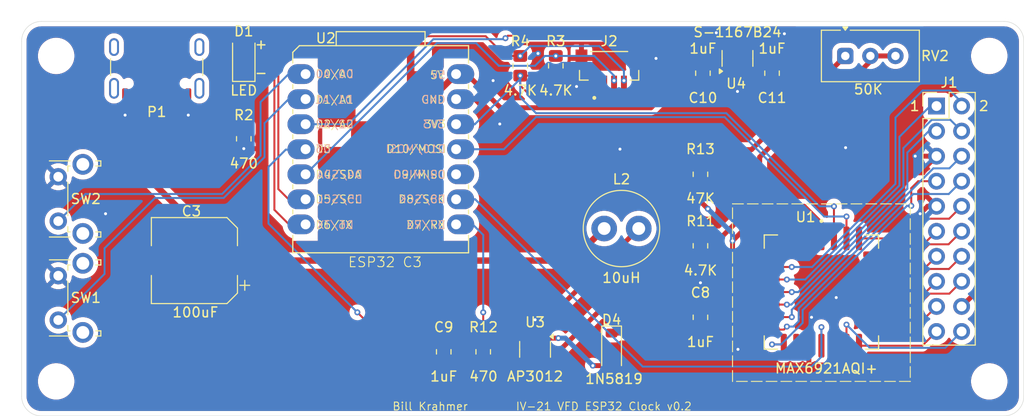
<source format=kicad_pcb>
(kicad_pcb (version 20241229) (generator "pcbnew") (generator_version "9.0")
  (layers (0 "F.Cu" signal) (2 "B.Cu" signal) (13 "F.Paste" user) (15 "B.Paste" user) (5 "F.SilkS" user "F.Silkscreen") (7 "B.SilkS" user "B.Silkscreen") (1 "F.Mask" user) (3 "B.Mask" user) (25 "Edge.Cuts" user))
  (net 0 "")
  (net 3 "Net-(D1-K)")
  (net 5 "/VPP")
  (net 8 "/SDA")
  (net 9 "/3V3")
  (net 10 "Net-(SW1-A)")
  (net 11 "/5V")
  (net 12 "Net-(D1-A)")
  (net 13 "/SCL")
  (net 14 "Net-(SW2-A)")
  (net 15 "Net-(D4-A)")
  (net 17 "Net-(J1-Pin_8)")
  (net 18 "Net-(J1-Pin_6)")
  (net 19 "Net-(J1-Pin_20)")
  (net 20 "Net-(J1-Pin_19)")
  (net 21 "Net-(J1-Pin_15)")
  (net 22 "Net-(J1-Pin_12)")
  (net 23 "Net-(J1-Pin_3)")
  (net 24 "Net-(J1-Pin_11)")
  (net 25 "Net-(J1-Pin_1)")
  (net 26 "Net-(J1-Pin_4)")
  (net 27 "Net-(J1-Pin_10)")
  (net 28 "Net-(J1-Pin_16)")
  (net 29 "Net-(J1-Pin_7)")
  (net 30 "Net-(J1-Pin_13)")
  (net 31 "Net-(J1-Pin_17)")
  (net 32 "Net-(J1-Pin_2)")
  (net 33 "Net-(J1-Pin_14)")
  (net 34 "Net-(U1-LOAD)")
  (net 35 "Net-(U1-CLK)")
  (net 36 "Net-(U1-DIN)")
  (net 37 "Net-(J1-Pin_18)")
  (net 38 "GND")
  (net 39 "Net-(U3-~{SHDN})")
  (net 40 "Net-(U2-PB09_A7_D7_RX)")
  (net 41 "Net-(U2-PA10_A2_D2)")
  (net 49 "Net-(U3-FB)")
  (net 53 "Net-(R13-Pad2)")
  (footprint "Diode_SMD:D_SOD-123" (layer "F.Cu") (at 94.75 51.25 -90)
    (property "Reference" "D4")
    (property "Value" "1N5819")
  )
  (footprint "LED_SMD:LED_1206_3216Metric" (layer "F.Cu") (at 57.5 21.8 90)
    (property "Reference" "D1")
    (property "Value" "LED")
  )
  (footprint "Resistor_SMD:R_0805_2012Metric_Pad1.20x1.40mm_HandSolder" (layer "F.Cu") (at 104 23.25 90)
    (property "Reference" "C10")
    (property "Value" "1uF")
  )
  (footprint "Connector_USB:USB_C_Receptacle_GCT_USB4105-xx-A_16P_TopMnt_Horizontal" (layer "F.Cu") (at 48.68 21.675 180)
    (property "Reference" "P1")
    (property "Value" "USB_C_Plug_USB2.0")
  )
  (footprint "Resistor_SMD:R_0805_2012Metric_Pad1.20x1.40mm_HandSolder" (layer "F.Cu") (at 81.75 51.5 -90)
    (property "Reference" "R12")
    (property "Value" "470")
  )
  (footprint "MAX6921AQI_:PLCC127P1244X1244X457-28N" (layer "F.Cu") (at 116 45.44)
    (property "Reference" "U1")
    (property "Value" "MAX6921AQI_")
  )
  (footprint "Potentiometer_THT:Potentiometer_Vishay_T93XA_Horizontal" (layer "F.Cu") (at 118.42 21.5)
    (property "Reference" "RV2")
    (property "Value" "50K")
  )
  (footprint "Resistor_SMD:R_0805_2012Metric_Pad1.20x1.40mm_HandSolder" (layer "F.Cu") (at 103.75 48 -90)
    (property "Reference" "C8")
    (property "Value" "1uF")
  )
  (footprint "Connector_PinHeader_2.54mm:PinHeader_2x10_P2.54mm_Vertical" (layer "F.Cu") (at 127.66 26.58)
    (property "Reference" "J1")
    (property "Value" "Conn_02x10_Odd_Even")
  )
  (footprint "Resistor_SMD:R_0805_2012Metric_Pad1.20x1.40mm_HandSolder" (layer "F.Cu") (at 77.75 51.5 -90)
    (property "Reference" "C9")
    (property "Value" "1uF")
  )
  (footprint "MountingHole:MountingHole_3.2mm_M3" (layer "F.Cu") (at 38.5 54.5)
    (property "Reference" "REF**" (hide yes))
    (property "Value" "MountingHole_3.2mm_M3" (hide yes))
  )
  (footprint "Package_TO_SOT_SMD:SOT-23-5" (layer "F.Cu") (at 107.5 21.75 90)
    (property "Reference" "U4")
    (property "Value" "S-1167B24")
  )
  (footprint "Resistor_SMD:R_0805_2012Metric_Pad1.20x1.40mm_HandSolder" (layer "F.Cu") (at 103.75 33.5 90)
    (property "Reference" "R13")
    (property "Value" "47K")
  )
  (footprint "Seeeduino xiao ESP32C3 KiCAD Library:MOUDLE14P-SMD-2.54-21X17.8MM (With Through Holes)" (layer "F.Cu") (at 62.4625 41.46)
    (property "Reference" "U2")
    (property "Value" "MOUDLE-SEEEDUINO-XIAO-ESP32C3")
  )
  (footprint "Button_Switch_THT:SW_Tactile_SPST_Angled_PTS645Vx58-2LFS" (layer "F.Cu") (at 38.71 38.25 90)
    (property "Reference" "SW2")
    (property "Value" "SW_SPST" (hide yes))
  )
  (footprint "Resistor_SMD:R_0805_2012Metric_Pad1.20x1.40mm_HandSolder" (layer "F.Cu") (at 85.5 22.5 -90)
    (property "Reference" "R4")
    (property "Value" "4.7K")
  )
  (footprint "MountingHole:MountingHole_3.2mm_M3" (layer "F.Cu") (at 133 21.5)
    (property "Reference" "REF**" (hide yes))
    (property "Value" "MountingHole_3.2mm_M3" (hide yes))
  )
  (footprint "Inductor_THT:L_Radial_D7.5mm_P3.50mm_Fastron_07P" (layer "F.Cu") (at 97.5 39 180)
    (property "Reference" "L2")
    (property "Value" "10uH")
  )
  (footprint "Capacitor_SMD:CP_Elec_8x10.5" (layer "F.Cu") (at 52.5 42.25 180)
    (property "Reference" "C3")
    (property "Value" "100uF")
  )
  (footprint "Button_Switch_THT:SW_Tactile_SPST_Angled_PTS645Vx58-2LFS" (layer "F.Cu") (at 38.7125 48.285 90)
    (property "Reference" "SW1")
    (property "Value" "SW_SPST" (hide yes))
  )
  (footprint "MountingHole:MountingHole_3.2mm_M3" (layer "F.Cu") (at 38.5 21.5)
    (property "Reference" "REF**" (hide yes))
    (property "Value" "MountingHole_3.2mm_M3" (hide yes))
  )
  (footprint "Resistor_SMD:R_0805_2012Metric_Pad1.20x1.40mm_HandSolder" (layer "F.Cu") (at 89.1 22.5 -90)
    (property "Reference" "R3")
    (property "Value" "4.7K")
  )
  (footprint "wfk-logo:wfk-logo-8mmx8mm-f_mask" (layer "F.Cu") (at 62 52.5)
    (property "Reference" "G***" (hide yes))
    (property "Value" "LOGO" (hide yes))
  )
  (footprint "Package_TO_SOT_SMD:SOT-23-5" (layer "F.Cu") (at 87 51.25 -90)
    (property "Reference" "U3")
    (property "Value" "AP3012")
  )
  (footprint "MountingHole:MountingHole_3.2mm_M3" (layer "F.Cu") (at 133 54.5)
    (property "Reference" "REF**" (hide yes))
    (property "Value" "MountingHole_3.2mm_M3" (hide yes))
  )
  (footprint "JST SH 4-pin 4328 Shield:ADAFRUIT_4328" (layer "F.Cu") (at 94.5 22.5)
    (property "Reference" "J2")
    (property "Value" "4328")
  )
  (footprint "Resistor_SMD:R_0805_2012Metric_Pad1.20x1.40mm_HandSolder" (layer "F.Cu") (at 57.5 29.9 -90)
    (property "Reference" "R2")
    (property "Value" "470")
  )
  (footprint "Resistor_SMD:R_0805_2012Metric_Pad1.20x1.40mm_HandSolder" (layer "F.Cu") (at 103.75 40.75 -90)
    (property "Reference" "R11")
    (property "Value" "4.7K")
  )
  (footprint "Resistor_SMD:R_0805_2012Metric_Pad1.20x1.40mm_HandSolder" (layer "F.Cu") (at 111 23.25 -90)
    (property "Reference" "C11")
    (property "Value" "1uF")
  )
  (gr_line (start 125 36.5) (end 125 54.5) (stroke (width 0.1) (type dash)) (layer "F.SilkS"))
  (gr_line (start 107 36.5) (end 125 36.5) (stroke (width 0.1) (type dash)) (layer "F.SilkS"))
  (gr_line (start 107 54.5) (end 107 36.5) (stroke (width 0.1) (type dash)) (layer "F.SilkS"))
  (gr_line (start 125 54.5) (end 107 54.5) (stroke (width 0.1) (type dash)) (layer "F.SilkS"))
  (gr_line (start 134.5 58) (end 37 58) (stroke (width 0.05)) (layer "Edge.Cuts"))
  (gr_arc (start 37 58) (mid 35.585786 57.414214) (end 35 56) (stroke (width 0.05)) (layer "Edge.Cuts"))
  (gr_arc (start 136.5 56) (mid 135.914214 57.414214) (end 134.5 58) (stroke (width 0.05)) (layer "Edge.Cuts"))
  (gr_arc (start 35 20) (mid 35.585786 18.585786) (end 37 18) (stroke (width 0.05)) (layer "Edge.Cuts"))
  (gr_line (start 136.5 20) (end 136.5 56) (stroke (width 0.05)) (layer "Edge.Cuts"))
  (gr_line (start 37 18) (end 134.5 18) (stroke (width 0.05)) (layer "Edge.Cuts"))
  (gr_line (start 35 56) (end 35 20) (stroke (width 0.05)) (layer "Edge.Cuts"))
  (gr_arc (start 134.5 18) (mid 135.914214 18.585786) (end 136.5 20) (stroke (width 0.05)) (layer "Edge.Cuts"))
  (gr_text "D6/TX" (at 64.7 39.1 0) (layer "F.SilkS") (effects (font (size 0.8 0.8) (thickness 0.1)) (justify left bottom)))
  (gr_text "ESP32 C3" (at 68 43 0) (layer "F.SilkS") (effects (font (size 1 1) (thickness 0.1)) (justify left bottom)))
  (gr_text "D9/MISO" (at 72.6 34 0) (layer "F.SilkS") (effects (font (size 0.8 0.8) (thickness 0.1)) (justify left bottom)))
  (gr_text "D4/SDA" (at 64.7 34 0) (layer "F.SilkS") (effects (font (size 0.8 0.8) (thickness 0.1)) (justify left bottom)))
  (gr_text "GND" (at 75.4 26.4 0) (layer "F.SilkS") (effects (font (size 0.8 0.8) (thickness 0.1)) (justify left bottom)))
  (gr_text "D7/RX" (at 73.9 39.1 0) (layer "F.SilkS") (effects (font (size 0.8 0.8) (thickness 0.1)) (justify left bottom)))
  (gr_text "Bill Krahmer" (at 72.5 57.5 -0) (layer "F.SilkS") (effects (font (size 0.8 0.8) (thickness 0.1)) (justify left bottom)))
  (gr_text "IV-21 VFD ESP32 Clock v0.2" (at 85 57.5 0) (layer "F.SilkS") (effects (font (size 0.8 0.8) (thickness 0.1)) (justify left bottom)))
  (gr_text "D10/MOSI" (at 71.9 31.4 0) (layer "F.SilkS") (effects (font (size 0.8 0.8) (thickness 0.1)) (justify left bottom)))
  (gr_text "D5/SCL" (at 64.7 36.5 0) (layer "F.SilkS") (effects (font (size 0.8 0.8) (thickness 0.1)) (justify left bottom)))
  (gr_text "D1/A1" (at 64.7 26.4 0) (layer "F.SilkS") (effects (font (size 0.8 0.8) (thickness 0.1)) (justify left bottom)))
  (gr_text "D3" (at 64.7 31.4 0) (layer "F.SilkS") (effects (font (size 0.8 0.8) (thickness 0.1)) (justify left bottom)))
  (gr_text "D2/A2" (at 64.7 28.9 0) (layer "F.SilkS") (effects (font (size 0.8 0.8) (thickness 0.1)) (justify left bottom)))
  (gr_text "D0/A0" (at 64.7 23.8 0) (layer "F.SilkS") (effects (font (size 0.8 0.8) (thickness 0.1)) (justify left bottom)))
  (gr_text "5V" (at 76.3 23.9 0) (layer "F.SilkS") (effects (font (size 0.8 0.8) (thickness 0.1)) (justify left bottom)))
  (gr_text "3V3" (at 75.7 28.9 0) (layer "F.SilkS") (effects (font (size 0.8 0.8) (thickness 0.1)) (justify left bottom)))
  (gr_text "D8/SCK" (at 73.1 36.5 0) (layer "F.SilkS") (effects (font (size 0.8 0.8) (thickness 0.1)) (justify left bottom)))
  (gr_text "5V" (at 78 23.9 -0) (layer "B.SilkS") (effects (font (size 0.8 0.8) (thickness 0.1)) (justify left bottom mirror)))
  (gr_text "D0/A0" (at 68.7 23.8 -0) (layer "B.SilkS") (effects (font (size 0.8 0.8) (thickness 0.1)) (justify left bottom mirror)))
  (gr_text "D2/A2" (at 68.7 28.9 -0) (layer "B.SilkS") (effects (font (size 0.8 0.8) (thickness 0.1)) (justify left bottom mirror)))
  (gr_text "D3" (at 66.4 31.4 -0) (layer "B.SilkS") (effects (font (size 0.8 0.8) (thickness 0.1)) (justify left bottom mirror)))
  (gr_text "D5/SCL" (at 69.6 36.5 -0) (layer "B.SilkS") (effects (font (size 0.8 0.8) (thickness 0.1)) (justify left bottom mirror)))
  (gr_text "D8/SCK" (at 78 36.5 -0) (layer "B.SilkS") (effects (font (size 0.8 0.8) (thickness 0.1)) (justify left bottom mirror)))
  (gr_text "D9/MISO" (at 78 34 -0) (layer "B.SilkS") (effects (font (size 0.8 0.8) (thickness 0.1)) (justify left bottom mirror)))
  (gr_text "D10/MOSI" (at 78 31.4 -0) (layer "B.SilkS") (effects (font (size 0.8 0.8) (thickness 0.1)) (justify left bottom mirror)))
  (gr_text "D7/RX" (at 78 39.1 -0) (layer "B.SilkS") (effects (font (size 0.8 0.8) (thickness 0.1)) (justify left bottom mirror)))
  (gr_text "3V3" (at 77.9 28.9 -0) (layer "B.SilkS") (effects (font (size 0.8 0.8) (thickness 0.1)) (justify left bottom mirror)))
  (gr_text "D4/SDA" (at 69.6 34 -0) (layer "B.SilkS") (effects (font (size 0.8 0.8) (thickness 0.1)) (justify left bottom mirror)))
  (gr_text "D1/A1" (at 68.6 26.4 -0) (layer "B.SilkS") (effects (font (size 0.8 0.8) (thickness 0.1)) (justify left bottom mirror)))
  (gr_text "GND" (at 78 26.4 -0) (layer "B.SilkS") (effects (font (size 0.8 0.8) (thickness 0.1)) (justify left bottom mirror)))
  (gr_text "D6/TX" (at 68.7 39.1 -0) (layer "B.SilkS") (effects (font (size 0.8 0.8) (thickness 0.1)) (justify left bottom mirror)))
  (segment (start 57.5 23.2) (end 57.5 28.9) (width 0.2) (layer "F.Cu") (net 3))
  (segment (start 114.25 36.75) (end 116 38.5) (width 0.5) (layer "F.Cu") (net 5))
  (segment (start 110.5 36.75) (end 114.25 36.75) (width 0.5) (layer "F.Cu") (net 5))
  (segment (start 107 40.25) (end 107 43.5) (width 0.5) (layer "F.Cu") (net 5))
  (segment (start 94.75 49.6) (end 100.9 49.6) (width 0.5) (layer "F.Cu") (net 5))
  (segment (start 103.5 47) (end 103.75 47) (width 0.5) (layer "F.Cu") (net 5))
  (segment (start 100.9 49.6) (end 103.5 47) (width 0.5) (layer "F.Cu") (net 5))
  (segment (start 103.75 36.25) (end 103.75 34.5) (width 0.5) (layer "F.Cu") (net 5))
  (segment (start 116 38.5) (end 116 40) (width 0.5) (layer "F.Cu") (net 5))
  (segment (start 107 40.25) (end 110.5 36.75) (width 0.5) (layer "F.Cu") (net 5))
  (segment (start 104.5 37) (end 103.75 36.25) (width 0.5) (layer "F.Cu") (net 5))
  (segment (start 107 43.5) (end 103.75 46.75) (width 0.5) (layer "F.Cu") (net 5))
  (segment (start 103.75 46.75) (end 103.75 47) (width 0.5) (layer "F.Cu") (net 5))
  (via (at 107 40.25) (size 0.6) (drill 0.3) (layers "F.Cu" "B.Cu") (net 5))
  (via (at 104.5 37) (size 0.6) (drill 0.3) (layers "F.Cu" "B.Cu") (net 5))
  (segment (start 107 39.5) (end 107 40.25) (width 0.5) (layer "B.Cu") (net 5))
  (segment (start 104.5 37) (end 107 39.5) (width 0.5) (layer "B.Cu") (net 5))
  (via (at 95 24) (size 0.6) (drill 0.3) (layers "F.Cu" "B.Cu") (net 8))
  (via (at 89.1 21.5) (size 0.6) (drill 0.3) (layers "F.Cu" "B.Cu") (net 8))
  (segment (start 93 21.5) (end 95 23.5) (width 0.2) (layer "B.Cu") (net 8))
  (segment (start 95 23.5) (end 95 24) (width 0.2) (layer "B.Cu") (net 8))
  (segment (start 88 21.5) (end 87 22.5) (width 0.2) (layer "B.Cu") (net 8))
  (segment (start 87 22.5) (end 83.325028 22.5) (width 0.2) (layer "B.Cu") (net 8))
  (segment (start 89.1 21.5) (end 88 21.5) (width 0.2) (layer "B.Cu") (net 8))
  (segment (start 83.325028 22.5) (end 81.025028 20.2) (width 0.2) (layer "B.Cu") (net 8))
  (segment (start 81.025028 20.2) (end 77.06 20.2) (width 0.2) (layer "B.Cu") (net 8))
  (segment (start 77.06 20.2) (end 63.76 33.5) (width 0.2) (layer "B.Cu") (net 8))
  (segment (start 89.1 21.5) (end 93 21.5) (width 0.2) (layer "B.Cu") (net 8))
  (segment (start 85.5 24.5) (end 85.5 23.5) (width 0.2) (layer "F.Cu") (net 9))
  (segment (start 117.270001 40) (end 117.270001 36.75) (width 0.2) (layer "F.Cu") (net 9))
  (segment (start 117.25 39.979999) (end 117.270001 40) (width 0.2) (layer "F.Cu") (net 9))
  (segment (start 89.1 23.5) (end 85.5 23.5) (width 0.2) (layer "F.Cu") (net 9))
  (segment (start 93.102 25.85) (end 86.85 25.85) (width 0.2) (layer "F.Cu") (net 9))
  (segment (start 94 24.275) (end 94 24.952) (width 0.2) (layer "F.Cu") (net 9))
  (segment (start 94 24.952) (end 93.102 25.85) (width 0.2) (layer "F.Cu") (net 9))
  (segment (start 86.85 25.85) (end 85.5 24.5) (width 0.2) (layer "F.Cu") (net 9))
  (via (at 117.270001 36.75) (size 0.6) (drill 0.3) (layers "F.Cu" "B.Cu") (net 9))
  (via (at 85.5 23.5) (size 0.6) (drill 0.3) (layers "F.Cu" "B.Cu") (net 9))
  (segment (start 117.270001 36.75) (end 115.8171 36.75) (width 0.2) (layer "B.Cu") (net 9))
  (segment (start 79 28.42) (end 78.98 28.42) (width 0.2) (layer "B.Cu") (net 9))
  (segment (start 80.905 28.42) (end 85.5 23.825) (width 0.2) (layer "B.Cu") (net 9))
  (segment (start 87.1 27.3) (end 85.5 25.7) (width 0.2) (layer "B.Cu") (net 9))
  (segment (start 79 28.42) (end 80.905 28.42) (width 0.2) (layer "B.Cu") (net 9))
  (segment (start 85.5 25.7) (end 85.5 23.5) (width 0.2) (layer "B.Cu") (net 9))
  (segment (start 106.3671 27.3) (end 87.1 27.3) (width 0.2) (layer "B.Cu") (net 9))
  (segment (start 115.8171 36.75) (end 106.3671 27.3) (width 0.2) (layer "B.Cu") (net 9))
  (segment (start 85.5 23.825) (end 85.5 23.5) (width 0.2) (layer "B.Cu") (net 9))
  (segment (start 59.601 31.7661) (end 55.4661 35.901) (width 0.2) (layer "B.Cu") (net 10))
  (segment (start 48.499 35.901) (end 43.4 41) (width 0.2) (layer "B.Cu") (net 10))
  (segment (start 59.601 28.322087) (end 59.601 31.7661) (width 0.2) (layer "B.Cu") (net 10))
  (segment (start 62.043087 25.88) (end 59.601 28.322087) (width 0.2) (layer "B.Cu") (net 10))
  (segment (start 43.4 43.5975) (end 38.7125 48.285) (width 0.2) (layer "B.Cu") (net 10))
  (segment (start 55.4661 35.901) (end 48.499 35.901) (width 0.2) (layer "B.Cu") (net 10))
  (segment (start 63.76 25.88) (end 62.043087 25.88) (width 0.2) (layer "B.Cu") (net 10))
  (segment (start 43.4 41) (end 43.4 43.5975) (width 0.2) (layer "B.Cu") (net 10))
  (segment (start 80.09 23.34) (end 83.5 26.75) (width 0.5) (layer "F.Cu") (net 11))
  (segment (start 86.0875 54.25) (end 87.95 52.3875) (width 0.65) (layer "F.Cu") (net 11))
  (segment (start 78 42.25) (end 77.75 42.25) (width 0.65) (layer "F.Cu") (net 11))
  (segment (start 77.75 50.5) (end 79.25 50.5) (width 0.65) (layer "F.Cu") (net 11))
  (segment (start 77.75 50.5) (end 77 49.75) (width 0.65) (layer "F.Cu") (net 11))
  (segment (start 77.75 42.25) (end 77 43) (width 0.65) (layer "F.Cu") (net 11))
  (segment (start 79 23.34) (end 77 25.34) (width 0.65) (layer "F.Cu") (net 11))
  (segment (start 90.75 42.25) (end 94 39) (width 0.65) (layer "F.Cu") (net 11))
  (segment (start 77 43) (end 76.25 42.25) (width 0.65) (layer "F.Cu") (net 11))
  (segment (start 77 41.5) (end 77 42.25) (width 0.65) (layer "F.Cu") (net 11))
  (segment (start 79.75 51) (end 79.75 53.5) (width 0.65) (layer "F.Cu") (net 11))
  (segment (start 105.6375 22.8875) (end 106.55 22.8875) (width 0.5) (layer "F.Cu") (net 11))
  (segment (start 46.93 32.98) (end 56.2 42.25) (width 0.65) (layer "F.Cu") (net 11))
  (segment (start 105 22.25) (end 105.6375 22.8875) (width 0.5) (layer "F.Cu") (net 11))
  (segment (start 76.7 42.25) (end 76.5 42.25) (width 0.65) (layer "F.Cu") (net 11))
  (segment (start 80.5 54.25) (end 86.0875 54.25) (width 0.65) (layer "F.Cu") (net 11))
  (segment (start 46.93 26.4) (end 46.93 32.98) (width 0.65) (layer "F.Cu") (net 11))
  (segment (start 78 42.25) (end 90.75 42.25) (width 0.65) (layer "F.Cu") (net 11))
  (segment (start 77.75 42.25) (end 77 41.5) (width 0.65) (layer "F.Cu") (net 11))
  (segment (start 46.93 24.98666) (end 46.901109 24.957769) (width 0.2) (layer "F.Cu") (net 11))
  (segment (start 77 49.75) (end 77 43) (width 0.65) (layer "F.Cu") (net 11))
  (segment (start 103.25 22.25) (end 104 22.25) (width 0.5) (layer "F.Cu") (net 11))
  (segment (start 79.25 50.5) (end 79.75 51) (width 0.65) (layer "F.Cu") (net 11))
  (segment (start 76.7 42.25) (end 78 42.25) (width 0.65) (layer "F.Cu") (net 11))
  (segment (start 76.5 42.25) (end 56.2 42.25) (width 0.65) (layer "F.Cu") (net 11))
  (segment (start 83.5 26.75) (end 98.75 26.75) (width 0.5) (layer "F.Cu") (net 11))
  (segment (start 98.75 26.75) (end 103.25 22.25) (width 0.5) (layer "F.Cu") (net 11))
  (segment (start 46.93 25.355) (end 46.93 24.98666) (width 0.2) (layer "F.Cu") (net 11))
  (segment (start 104 22.25) (end 105 22.25) (width 0.5) (layer "F.Cu") (net 11))
  (segment (start 79.75 53.5) (end 80.5 54.25) (width 0.65) (layer "F.Cu") (net 11))
  (segment (start 77 41.5) (end 76.25 42.25) (width 0.65) (layer "F.Cu") (net 11))
  (segment (start 77 25.34) (end 77 41.5) (width 0.65) (layer "F.Cu") (net 11))
  (segment (start 77 43) (end 77 42.25) (width 0.65) (layer "F.Cu") (net 11))
  (segment (start 79 23.34) (end 80.09 23.34) (width 0.5) (layer "F.Cu") (net 11))
  (segment (start 60.599 23.499) (end 60.599 37.099) (width 0.2) (layer "F.Cu") (net 12))
  (segment (start 62.08 38.58) (end 63.76 38.58) (width 0.2) (layer "F.Cu") (net 12))
  (segment (start 57.5 20.4) (end 60.599 23.499) (width 0.2) (layer "F.Cu") (net 12))
  (segment (start 60.599 37.099) (end 62.08 38.58) (width 0.2) (layer "F.Cu") (net 12))
  (segment (start 61 21) (end 61 35) (width 0.2) (layer "F.Cu") (net 13))
  (segment (start 96 24.275) (end 96 24) (width 0.2) (layer "F.Cu") (net 13))
  (segment (start 84 21.5) (end 82 19.5) (width 0.2) (layer "F.Cu") (net 13))
  (segment (start 62.5 19.5) (end 61 21) (width 0.2) (layer "F.Cu") (net 13))
  (segment (start 62.04 36.04) (end 63.76 36.04) (width 0.2) (layer "F.Cu") (net 13))
  (segment (start 82 19.5) (end 62.5 19.5) (width 0.2) (layer "F.Cu") (net 13))
  (segment (start 85.5 21.5) (end 84 21.5) (width 0.2) (layer "F.Cu") (net 13))
  (segment (start 61 35) (end 62.04 36.04) (width 0.2) (layer "F.Cu") (net 13))
  (via (at 85.5 21.5) (size 0.6) (drill 0.3) (layers "F.Cu" "B.Cu") (net 13))
  (via (at 96 24) (size 0.6) (drill 0.3) (layers "F.Cu" "B.Cu") (net 13))
  (segment (start 86.5 20.5) (end 93.5 20.5) (width 0.2) (layer "B.Cu") (net 13))
  (segment (start 96 23) (end 96 24) (width 0.2) (layer "B.Cu") (net 13))
  (segment (start 85.5 21.5) (end 86.5 20.5) (width 0.2) (layer "B.Cu") (net 13))
  (segment (start 93.5 20.5) (end 96 23) (width 0.2) (layer "B.Cu") (net 13))
  (segment (start 38.71 38.25) (end 41.46 35.5) (width 0.2) (layer "B.Cu") (net 14))
  (segment (start 62.035 23.34) (end 63.76 23.34) (width 0.2) (layer "B.Cu") (net 14))
  (segment (start 55.3 35.5) (end 59.2 31.6) (width 0.2) (layer "B.Cu") (net 14))
  (segment (start 59.2 31.6) (end 59.2 26.175) (width 0.2) (layer "B.Cu") (net 14))
  (segment (start 59.2 26.175) (end 62.035 23.34) (width 0.2) (layer "B.Cu") (net 14))
  (segment (start 41.46 35.5) (end 55.3 35.5) (width 0.2) (layer "B.Cu") (net 14))
  (segment (start 97.5 39) (end 87.95 48.55) (width 0.5) (layer "F.Cu") (net 15))
  (segment (start 89.3625 50.1125) (end 87.95 50.1125) (width 0.5) (layer "F.Cu") (net 15))
  (segment (start 92.85 52.9) (end 94.75 52.9) (width 0.5) (layer "F.Cu") (net 15))
  (segment (start 87.95 48.55) (end 87.95 50.1125) (width 0.5) (layer "F.Cu") (net 15))
  (via (at 92.85 52.9) (size 0.6) (drill 0.3) (layers "F.Cu" "B.Cu") (net 15))
  (via (at 89.3625 50.1125) (size 0.6) (drill 0.3) (layers "F.Cu" "B.Cu") (net 15))
  (segment (start 89.3625 50.1125) (end 90.0625 50.1125) (width 0.5) (layer "B.Cu") (net 15))
  (segment (start 90.0625 50.1125) (end 92.85 52.9) (width 0.5) (layer "B.Cu") (net 15))
  (segment (start 112.19 49.25) (end 110.56 49.25) (width 0.2) (layer "F.Cu") (net 17))
  (segment (start 112.5 48.94) (end 112.19 49.25) (width 0.2) (layer "F.Cu") (net 17))
  (via (at 112.5 48.94) (size 0.6) (drill 0.3) (layers "F.Cu" "B.Cu") (net 17))
  (segment (start 113.7 48.4) (end 113.16 48.94) (width 0.2) (layer "B.Cu") (net 17))
  (segment (start 128.9 35.5) (end 125.3 35.5) (width 0.2) (layer "B.Cu") (net 17))
  (segment (start 130.2 34.2) (end 128.9 35.5) (width 0.2) (layer "B.Cu") (net 17))
  (segment (start 125.3 35.5) (end 113.7 47.1) (width 0.2) (layer "B.Cu") (net 17))
  (segment (start 113.7 47.1) (end 113.7 48.4) (width 0.2) (layer "B.Cu") (net 17))
  (segment (start 113.16 48.94) (end 112.5 48.94) (width 0.2) (layer "B.Cu") (net 17))
  (segment (start 113 47.98) (end 110.56 47.98) (width 0.2) (layer "F.Cu") (net 18))
  (via (at 113 47.98) (size 0.6) (drill 0.3) (layers "F.Cu" "B.Cu") (net 18))
  (segment (start 113 47.23224) (end 127.33224 32.9) (width 0.2) (layer "B.Cu") (net 18))
  (segment (start 128.96 32.9) (end 130.2 31.66) (width 0.2) (layer "B.Cu") (net 18))
  (segment (start 113 47.98) (end 113 47.23224) (width 0.2) (layer "B.Cu") (net 18))
  (segment (start 127.33224 32.9) (end 128.96 32.9) (width 0.2) (layer "B.Cu") (net 18))
  (segment (start 118.54 50.88) (end 118.54 48.74) (width 0.2) (layer "F.Cu") (net 19))
  (via (at 118.54 48.74) (size 0.6) (drill 0.3) (layers "F.Cu" "B.Cu") (net 19))
  (segment (start 118.54 48.74) (end 120.9 51.1) (width 0.2) (layer "B.Cu") (net 19))
  (segment (start 128.54 51.1) (end 130.2 49.44) (width 0.2) (layer "B.Cu") (net 19))
  (segment (start 120.9 51.1) (end 128.54 51.1) (width 0.2) (layer "B.Cu") (net 19))
  (segment (start 127.66 49.44) (end 126.22 50.88) (width 0.2) (layer "F.Cu") (net 20))
  (segment (start 126.22 50.88) (end 119.81 50.88) (width 0.2) (layer "F.Cu") (net 20))
  (segment (start 125.309999 46.710001) (end 121.44 46.710001) (width 0.2) (layer "F.Cu") (net 21))
  (segment (start 127.66 44.36) (end 125.309999 46.710001) (width 0.2) (layer "F.Cu") (net 21))
  (segment (start 124.6071 42.9) (end 121.44 42.9) (width 0.2) (layer "F.Cu") (net 22))
  (segment (start 130.2 39.28) (end 128.88 40.6) (width 0.2) (layer "F.Cu") (net 22))
  (segment (start 126.9071 40.6) (end 124.6071 42.9) (width 0.2) (layer "F.Cu") (net 22))
  (segment (start 128.88 40.6) (end 126.9071 40.6) (width 0.2) (layer "F.Cu") (net 22))
  (segment (start 112.5 46.710001) (end 110.56 46.710001) (width 0.2) (layer "F.Cu") (net 23))
  (via (at 112.5 46.710001) (size 0.6) (drill 0.3) (layers "F.Cu" "B.Cu") (net 23))
  (segment (start 124.703 34.96214) (end 124.703 31.297) (width 0.2) (layer "B.Cu") (net 23))
  (segment (start 112.955139 46.710001) (end 124.703 34.96214) (width 0.2) (layer "B.Cu") (net 23))
  (segment (start 126.88 29.12) (end 127.66 29.12) (width 0.2) (layer "B.Cu") (net 23))
  (segment (start 112.5 46.710001) (end 112.955139 46.710001) (width 0.2) (layer "B.Cu") (net 23))
  (segment (start 124.703 31.297) (end 126.88 29.12) (width 0.2) (layer "B.Cu") (net 23))
  (segment (start 127.66 39.28) (end 125.31 41.63) (width 0.2) (layer "F.Cu") (net 24))
  (segment (start 125.31 41.63) (end 121.44 41.63) (width 0.2) (layer "F.Cu") (net 24))
  (segment (start 112.5 44.169999) (end 110.56 44.169999) (width 0.2) (layer "F.Cu") (net 25))
  (via (at 112.5 44.169999) (size 0.6) (drill 0.3) (layers "F.Cu" "B.Cu") (net 25))
  (segment (start 127.02 26.58) (end 127.66 26.58) (width 0.2) (layer "B.Cu") (net 25))
  (segment (start 112.5 44.169999) (end 114.360941 44.169999) (width 0.2) (layer "B.Cu") (net 25))
  (segment (start 123.901 29.699) (end 127.02 26.58) (width 0.2) (layer "B.Cu") (net 25))
  (segment (start 123.901 34.62994) (end 123.901 29.699) (width 0.2) (layer "B.Cu") (net 25))
  (segment (start 114.360941 44.169999) (end 123.901 34.62994) (width 0.2) (layer "B.Cu") (net 25))
  (segment (start 113 45.44) (end 110.56 45.44) (width 0.2) (layer "F.Cu") (net 26))
  (via (at 113 45.44) (size 0.6) (drill 0.3) (layers "F.Cu" "B.Cu") (net 26))
  (segment (start 113.65804 45.44) (end 113 45.44) (width 0.2) (layer "B.Cu") (net 26))
  (segment (start 129.049 27.969) (end 127.18324 27.969) (width 0.2) (layer "B.Cu") (net 26))
  (segment (start 127.18324 27.969) (end 124.302 30.85024) (width 0.2) (layer "B.Cu") (net 26))
  (segment (start 124.302 34.79604) (end 113.65804 45.44) (width 0.2) (layer "B.Cu") (net 26))
  (segment (start 130.2 29.12) (end 129.049 27.969) (width 0.2) (layer "B.Cu") (net 26))
  (segment (start 124.302 30.85024) (end 124.302 34.79604) (width 0.2) (layer "B.Cu") (net 26))
  (segment (start 128.94 38) (end 126.6 38) (width 0.2) (layer "F.Cu") (net 27))
  (segment (start 126.6 38) (end 124.6 40) (width 0.2) (layer "F.Cu") (net 27))
  (segment (start 124.6 40) (end 119.81 40) (width 0.2) (layer "F.Cu") (net 27))
  (segment (start 130.2 36.74) (end 128.94 38) (width 0.2) (layer "F.Cu") (net 27))
  (segment (start 124.6071 47.98) (end 121.44 47.98) (width 0.2) (layer "F.Cu") (net 28))
  (segment (start 128.96 45.6) (end 126.9871 45.6) (width 0.2) (layer "F.Cu") (net 28))
  (segment (start 130.2 44.36) (end 128.96 45.6) (width 0.2) (layer "F.Cu") (net 28))
  (segment (start 126.9871 45.6) (end 124.6071 47.98) (width 0.2) (layer "F.Cu") (net 28))
  (segment (start 112.06 50.75) (end 112.19 50.88) (width 0.2) (layer "F.Cu") (net 29))
  (segment (start 125.1 34.9) (end 125.1 36.7) (width 0.2) (layer "F.Cu") (net 29))
  (segment (start 125.8 34.2) (end 125.1 34.9) (width 0.2) (layer "F.Cu") (net 29))
  (segment (start 111 50.75) (end 112.06 50.75) (width 0.2) (layer "F.Cu") (net 29))
  (segment (start 127.66 34.2) (end 125.8 34.2) (width 0.2) (layer "F.Cu") (net 29))
  (via (at 111 50.75) (size 0.6) (drill 0.3) (layers "F.Cu" "B.Cu") (net 29))
  (via (at 125.1 36.7) (size 0.6) (drill 0.3) (layers "F.Cu" "B.Cu") (net 29))
  (segment (start 125.1 36.7) (end 124.6671 36.7) (width 0.2) (layer "B.Cu") (net 29))
  (segment (start 124.6671 36.7) (end 114.101 47.2661) (width 0.2) (layer "B.Cu") (net 29))
  (segment (start 114.101 47.2661) (end 114.101 48.5661) (width 0.2) (layer "B.Cu") (net 29))
  (segment (start 114.101 48.5661) (end 111.9171 50.75) (width 0.2) (layer "B.Cu") (net 29))
  (segment (start 111.9171 50.75) (end 111 50.75) (width 0.2) (layer "B.Cu") (net 29))
  (segment (start 125.310001 44.169999) (end 121.44 44.169999) (width 0.2) (layer "F.Cu") (net 30))
  (segment (start 127.66 41.82) (end 125.310001 44.169999) (width 0.2) (layer "F.Cu") (net 30))
  (segment (start 127.66 46.9) (end 125.31 49.25) (width 0.2) (layer "F.Cu") (net 31))
  (segment (start 125.31 49.25) (end 121.44 49.25) (width 0.2) (layer "F.Cu") (net 31))
  (segment (start 113 42.9) (end 110.56 42.9) (width 0.2) (layer "F.Cu") (net 32))
  (via (at 113 42.9) (size 0.6) (drill 0.3) (layers "F.Cu" "B.Cu") (net 32))
  (segment (start 130.25 26.53) (end 130.25 26.25) (width 0.2) (layer "B.Cu") (net 32))
  (segment (start 129 25) (end 126.25 25) (width 0.2) (layer "B.Cu") (net 32))
  (segment (start 126.25 25) (end 123.5 27.75) (width 0.2) (layer "B.Cu") (net 32))
  (segment (start 123.5 27.75) (end 123.5 34.46384) (width 0.2) (layer "B.Cu") (net 32))
  (segment (start 115.06384 42.9) (end 113 42.9) (width 0.2) (layer "B.Cu") (net 32))
  (segment (start 130.25 26.25) (end 129 25) (width 0.2) (layer "B.Cu") (net 32))
  (segment (start 123.5 34.46384) (end 115.06384 42.9) (width 0.2) (layer "B.Cu") (net 32))
  (segment (start 130.2 26.58) (end 130.25 26.53) (width 0.2) (layer "B.Cu") (net 32))
  (segment (start 128.92 43.1) (end 126.9471 43.1) (width 0.2) (layer "F.Cu") (net 33))
  (segment (start 124.6071 45.44) (end 121.44 45.44) (width 0.2) (layer "F.Cu") (net 33))
  (segment (start 130.2 41.82) (end 128.92 43.1) (width 0.2) (layer "F.Cu") (net 33))
  (segment (start 126.9471 43.1) (end 124.6071 45.44) (width 0.2) (layer "F.Cu") (net 33))
  (segment (start 77 55.5) (end 115.25 55.5) (width 0.2) (layer "F.Cu") (net 34))
  (segment (start 117.270001 53.479999) (end 117.270001 50.88) (width 0.2) (layer "F.Cu") (net 34))
  (segment (start 69 47.5) (end 77 55.5) (width 0.2) (layer "F.Cu") (net 34))
  (segment (start 115.25 55.5) (end 117.270001 53.479999) (width 0.2) (layer "F.Cu") (net 34))
  (via (at 69 47.5) (size 0.6) (drill 0.3) (layers "F.Cu" "B.Cu") (net 34))
  (segment (start 61.75 31) (end 63.72 31) (width 0.2) (layer "B.Cu") (net 34))
  (segment (start 60 38.5) (end 60 32.75) (width 0.2) (layer "B.Cu") (net 34))
  (segment (start 69 47.5) (end 60 38.5) (width 0.2) (layer "B.Cu") (net 34))
  (segment (start 60 32.75) (end 61.75 31) (width 0.2) (layer "B.Cu") (net 34))
  (segment (start 63.72 31) (end 63.76 30.96) (width 0.2) (layer "B.Cu") (net 34))
  (segment (start 116 49) (end 116 50.88) (width 0.2) (layer "F.Cu") (net 35))
  (via (at 116 49) (size 0.6) (drill 0.3) (layers "F.Cu" "B.Cu") (net 35))
  (segment (start 97.9 53) (end 115 53) (width 0.2) (layer "B.Cu") (net 35))
  (segment (start 116 52) (end 116 49) (width 0.2) (layer "B.Cu") (net 35))
  (segment (start 115 53) (end 116 52) (width 0.2) (layer "B.Cu") (net 35))
  (segment (start 79 36.04) (end 80.94 36.04) (width 0.2) (layer "B.Cu") (net 35))
  (segment (start 80.94 36.04) (end 97.9 53) (width 0.2) (layer "B.Cu") (net 35))
  (segment (start 118.54 40) (end 118.54 37.78) (width 0.2) (layer "F.Cu") (net 36))
  (via (at 118.54 37.78) (size 0.6) (drill 0.3) (layers "F.Cu" "B.Cu") (net 36))
  (segment (start 116.28 37.78) (end 118.54 37.78) (width 0.2) (layer "B.Cu") (net 36))
  (segment (start 87.4339 27.701) (end 106.201 27.701) (width 0.2) (layer "B.Cu") (net 36))
  (segment (start 106.201 27.701) (end 116.28 37.78) (width 0.2) (layer "B.Cu") (net 36))
  (segment (start 87.4329 27.7) (end 87.4339 27.701) (width 0.2) (layer "B.Cu") (net 36))
  (segment (start 83.84 30.96) (end 87.1 27.7) (width 0.2) (layer "B.Cu") (net 36))
  (segment (start 87.1 27.7) (end 87.4329 27.7) (width 0.2) (layer "B.Cu") (net 36))
  (segment (start 79 30.96) (end 83.84 30.96) (width 0.2) (layer "B.Cu") (net 36))
  (segment (start 125.5 19) (end 132.25 25.75) (width 0.5) (layer "F.Cu") (net 37))
  (segment (start 109.7 19.2) (end 107.3 19.2) (width 0.5) (layer "F.Cu") (net 37))
  (segment (start 111 20.5) (end 109.7 19.2) (width 0.5) (layer "F.Cu") (net 37))
  (segment (start 114.25 19) (end 125.5 19) (width 0.5) (layer "F.Cu") (net 37))
  (segment (start 107.3 19.2) (end 106.55 19.95) (width 0.5) (layer "F.Cu") (net 37))
  (segment (start 111 22.25) (end 111 20.5) (width 0.5) (layer "F.Cu") (net 37))
  (segment (start 111 22.25) (end 114.25 19) (width 0.5) (layer "F.Cu") (net 37))
  (segment (start 132.25 44.85) (end 130.2 46.9) (width 0.5) (layer "F.Cu") (net 37))
  (segment (start 106.55 19.95) (end 106.55 20.6125) (width 0.5) (layer "F.Cu") (net 37))
  (segment (start 132.25 25.75) (end 132.25 44.85) (width 0.5) (layer "F.Cu") (net 37))
  (segment (start 108.35 24.25) (end 106.65 24.25) (width 0.5) (layer "F.Cu") (net 38))
  (segment (start 115 48) (end 114.729999 48.270001) (width 0.2) (layer "F.Cu") (net 38))
  (segment (start 103.75 44.5) (end 103.75 41.75) (width 0.5) (layer "F.Cu") (net 38))
  (segment (start 108.35 24.25) (end 107.5 25.1) (width 0.5) (layer "F.Cu") (net 38))
  (segment (start 87 48.25) (end 87 50.1125) (width 0.5) (layer "F.Cu") (net 38))
  (segment (start 111 24.25) (end 108.35 24.25) (width 0.5) (layer "F.Cu") (net 38))
  (segment (start 104 24.25) (end 106.65 24.25) (width 0.5) (layer "F.Cu") (net 38))
  (segment (start 97.3 21.75) (end 99.25 21.75) (width 0.2) (layer "F.Cu") (net 38))
  (segment (start 114.729999 48.270001) (end 114.729999 50.88) (width 0.2) (layer "F.Cu") (net 38))
  (segment (start 107.5 25.1) (end 107.5 22.8875) (width 0.5) (layer "F.Cu") (net 38))
  (segment (start 91.525 24.275) (end 91.2 24.6) (width 0.2) (layer "F.Cu") (net 38))
  (segment (start 126.76 36.74) (end 126 37.5) (width 0.5) (layer "F.Cu") (net 38))
  (segment (start 80.905 25.88) (end 79 25.88) (width 0.5) (layer "F.Cu") (net 38))
  (segment (start 127.66 36.74) (end 126.76 36.74) (width 0.5) (layer "F.Cu") (net 38))
  (segment (start 93 24.275) (end 91.525 24.275) (width 0.2) (layer "F.Cu") (net 38))
  (segment (start 125.5 31.66) (end 127.66 31.66) (width 0.5) (layer "F.Cu") (net 38))
  (segment (start 83.425 28.4) (end 80.905 25.88) (width 0.5) (layer "F.Cu") (net 38))
  (segment (start 106.65 24.25) (end 107.5 25.1) (width 0.5) (layer "F.Cu") (net 38))
  (via (at 87 48.25) (size 0.6) (drill 0.3) (layers "F.Cu" "B.Cu") (net 38))
  (via (at 43.5 37.5) (size 0.6) (drill 0.3) (layers "F.Cu" "B.Cu") (net 38))
  (via (at 118.45 30.8) (size 0.6) (drill 0.3) (layers "F.Cu" "B.Cu") (net 38))
  (via (at 107.5 25.1) (size 0.6) (drill 0.3) (layers "F.Cu" "B.Cu") (net 38))
  (via (at 57.5 30.9) (size 0.6) (drill 0.3) (layers "F.Cu" "B.Cu") (net 38))
  (via (at 51.88 27.5) (size 0.6) (drill 0.3) (layers "F.Cu" "B.Cu") (net 38))
  (via (at 91.2 24.6) (size 0.6) (drill 0.3) (layers "F.Cu" "B.Cu") (net 38))
  (via (at 103.75 44.5) (size 0.6) (drill 0.3) (layers "F.Cu" "B.Cu") (net 38))
  (via (at 126 37.5) (size 0.6) (drill 0.3) (layers "F.Cu" "B.Cu") (net 38))
  (via (at 87.3 21.25) (size 0.6) (drill 0.3) (layers "F.Cu" "B.Cu") (net 38))
  (via (at 117.5 46) (size 0.6) (drill 0.3) (layers "F.Cu" "B.Cu") (net 38))
  (via (at 45.48 27.5) (size 0.6) (drill 0.3) (layers "F.Cu" "B.Cu") (net 38))
  (via (at 125.5 31.66) (size 0.6) (drill 0.3) (layers "F.Cu" "B.Cu") (net 38))
  (via (at 115 48) (size 0.6) (drill 0.3) (layers "F.Cu" "B.Cu") (net 38))
  (via (at 82.75 24) (size 0.6) (drill 0.3) (layers "F.Cu" "B.Cu") (net 38))
  (via (at 83.425 28.4) (size 0.6) (drill 0.3) (layers "F.Cu" "B.Cu") (net 38))
  (via (at 105.35 19.15) (size 0.6) (drill 0.3) (layers "F.Cu" "B.Cu") (net 38))
  (via (at 95.6 30.95) (size 0.6) (drill 0.3) (layers "F.Cu" "B.Cu") (net 38))
  (via (at 112.25 19.25) (size 0.6) (drill 0.3) (layers "F.Cu" "B.Cu") (net 38))
  (via (at 99.25 21.75) (size 0.6) (drill 0.3) (layers "F.Cu" "B.Cu") (net 38))
  (via (at 107.55 51.25) (size 0.6) (drill 0.3) (layers "F.Cu" "B.Cu") (net 38))
  (segment (start 80.87 25.88) (end 79 25.88) (width 0.5) (layer "B.Cu") (net 38))
  (segment (start 82.75 24) (end 80.87 25.88) (width 0.5) (layer "B.Cu") (net 38))
  (segment (start 85.9375 52.5) (end 86.05 52.3875) (width 0.2) (layer "F.Cu") (net 39))
  (segment (start 81.75 52.5) (end 85.9375 52.5) (width 0.2) (layer "F.Cu") (net 39))
  (segment (start 81.75 50.5) (end 81.75 47.5) (width 0.2) (layer "F.Cu") (net 40))
  (via (at 81.75 47.5) (size 0.6) (drill 0.3) (layers "F.Cu" "B.Cu") (net 40))
  (segment (start 80.68 38.58) (end 81.75 39.65) (width 0.2) (layer "B.Cu") (net 40))
  (segment (start 79 38.58) (end 80.68 38.58) (width 0.2) (layer "B.Cu") (net 40))
  (segment (start 81.75 39.65) (end 81.75 47.5) (width 0.2) (layer "B.Cu") (net 40))
  (segment (start 84.25 19.45) (end 84 19.7) (width 0.2) (layer "F.Cu") (net 41))
  (segment (start 105.8 21.75) (end 103.5 19.45) (width 0.2) (layer "F.Cu") (net 41))
  (segment (start 103.5 19.45) (end 84.25 19.45) (width 0.2) (layer "F.Cu") (net 41))
  (segment (start 108.45 22.8875) (end 108.45 22.225001) (width 0.2) (layer "F.Cu") (net 41))
  (segment (start 108.45 22.225001) (end 107.974999 21.75) (width 0.2) (layer "F.Cu") (net 41))
  (segment (start 107.974999 21.75) (end 105.8 21.75) (width 0.2) (layer "F.Cu") (net 41))
  (via (at 84 19.7) (size 0.6) (drill 0.3) (layers "F.Cu" "B.Cu") (net 41))
  (segment (start 76.7 19.8) (end 68.08 28.42) (width 0.2) (layer "B.Cu") (net 41))
  (segment (start 68.08 28.42) (end 63.76 28.42) (width 0.2) (layer "B.Cu") (net 41))
  (segment (start 83.9 19.8) (end 76.7 19.8) (width 0.2) (layer "B.Cu") (net 41))
  (segment (start 84 19.7) (end 83.9 19.8) (width 0.2) (layer "B.Cu") (net 41))
  (segment (start 120.96 22.04) (end 119.25 23.75) (width 0.5) (layer "F.Cu") (net 49))
  (segment (start 106 39.75) (end 105.5 39.75) (width 0.5) (layer "F.Cu") (net 49))
  (segment (start 93.45 47.4) (end 89.6 51.25) (width 0.5) (layer "F.Cu") (net 49))
  (segment (start 120.96 21.5) (end 123.5 21.5) (width 0.5) (layer "F.Cu") (net 49))
  (segment (start 117.75 23.75) (end 109.75 31.75) (width 0.5) (layer "F.Cu") (net 49))
  (segment (start 120.96 21.5) (end 120.96 22.04) (width 0.5) (layer "F.Cu") (net 49))
  (segment (start 102 43.75) (end 98.35 47.4) (width 0.5) (layer "F.Cu") (net 49))
  (segment (start 86.05 50.774999) (end 86.05 50.1125) (width 0.5) (layer "F.Cu") (net 49))
  (segment (start 103.75 39.75) (end 103.55 39.75) (width 0.5) (layer "F.Cu") (net 49))
  (segment (start 103.55 39.75) (end 102 41.3) (width 0.5) (layer "F.Cu") (net 49))
  (segment (start 109.75 31.75) (end 109.75 36) (width 0.5) (layer "F.Cu") (net 49))
  (segment (start 102 41.3) (end 102 43.75) (width 0.5) (layer "F.Cu") (net 49))
  (segment (start 98.35 47.4) (end 93.45 47.4) (width 0.5) (layer "F.Cu") (net 49))
  (segment (start 109.75 36) (end 106 39.75) (width 0.5) (layer "F.Cu") (net 49))
  (segment (start 89.6 51.25) (end 86.525001 51.25) (width 0.5) (layer "F.Cu") (net 49))
  (segment (start 105.5 39.75) (end 103.75 39.75) (width 0.5) (layer "F.Cu") (net 49))
  (segment (start 86.525001 51.25) (end 86.05 50.774999) (width 0.5) (layer "F.Cu") (net 49))
  (segment (start 119.25 23.75) (end 117.75 23.75) (width 0.5) (layer "F.Cu") (net 49))
  (segment (start 118.42 21.5) (end 108.92 31) (width 0.5) (layer "F.Cu") (net 53))
  (segment (start 118.42 21.58) (end 118.42 21.5) (width 0.5) (layer "F.Cu") (net 53))
  (segment (start 105.25 31) (end 103.75 32.5) (width 0.5) (layer "F.Cu") (net 53))
  (segment (start 108.92 31) (end 105.25 31) (width 0.5) (layer "F.Cu") (net 53))
  (zone (net 11) (net_name "/5V") (layer "F.Cu") (priority 1) (connect_pads yes (clearance 0)) (min_thickness 0.25) (fill yes (thermal_gap 0.5) (thermal_bridge_width 0.5) (island_removal_mode 1) (island_area_min 10))
    (polygon (pts (xy 46.93 26.35) (xy 47.25 26.35) (xy 46.930194 25.15) (xy 46.609748 26.349661)))
  )
  (zone (net 38) (net_name "GND") (layer "F.Cu") (priority 1) (connect_pads yes (clearance 0)) (min_thickness 0.25) (fill yes (thermal_gap 0.5) (thermal_bridge_width 0.5))
    (polygon (pts (xy 51.65 25.85) (xy 51.35 26.65) (xy 52.45 26.65) (xy 52.15 25.85)))
  )
  (zone (net 0) (net_name "") (layer "F.Cu") (connect_pads (clearance 0)) (min_thickness 0.25)
    (keepout (tracks allowed) (vias allowed) (pads allowed) (copperpour not_allowed) (footprints allowed))
    (fill (thermal_gap 0.5) (thermal_bridge_width 0.5))
    (polygon (pts (xy 103.5 25.35) (xy 103.25 25.3) (xy 103.1 25.2) (xy 102.95 25.05) (xy 102.8 24.75) (xy 102.8 23.85) (xy 105.2 23.85) (xy 105.2 24.65) (xy 105.15 24.9) (xy 105.05 25.05) (xy 104.9 25.2) (xy 104.6 25.35)))
  )
  (zone (net 38) (net_name "GND") (layer "F.Cu") (priority 2) (connect_pads yes (clearance 0)) (min_thickness 0.25) (fill yes (thermal_gap 0.5) (thermal_bridge_width 0.5))
    (polygon (pts (xy 45.25 25.85) (xy 44.95 26.65) (xy 46.05 26.65) (xy 45.75 25.85)))
  )
  (zone (net 0) (net_name "") (layer "F.Cu") (connect_pads (clearance 0)) (min_thickness 0.25)
    (keepout (tracks allowed) (vias allowed) (pads allowed) (copperpour not_allowed) (footprints allowed))
    (fill (thermal_gap 0.5) (thermal_bridge_width 0.5))
    (polygon (pts (xy 110.2 24.721753) (xy 104.8 24.721753) (xy 104.8 23.621753) (xy 110.2 23.671753)))
  )
  (zone (net 0) (net_name "") (layer "F.Cu") (connect_pads (clearance 0)) (min_thickness 0.25)
    (keepout (tracks allowed) (vias allowed) (pads allowed) (copperpour not_allowed) (footprints allowed))
    (fill (thermal_gap 0.5) (thermal_bridge_width 0.5))
    (polygon (pts (xy 107.85 20) (xy 107.15 20) (xy 107.15 22.3) (xy 107.9 22.3)))
  )
  (zone (net 0) (net_name "") (layer "F.Cu") (connect_pads (clearance 0)) (min_thickness 0.25)
    (keepout (tracks allowed) (vias allowed) (pads allowed) (copperpour not_allowed) (footprints allowed))
    (fill (thermal_gap 0.5) (thermal_bridge_width 0.5))
    (polygon (pts (xy 110.5 25.35) (xy 110.25 25.3) (xy 110.1 25.2) (xy 109.95 25.05) (xy 109.8 24.75) (xy 109.8 23.85) (xy 112.2 23.85) (xy 112.2 24.65) (xy 112.15 24.9) (xy 112.05 25.05) (xy 111.9 25.2) (xy 111.6 25.35)))
  )
  (zone (net 0) (net_name "") (layers "F.Cu" "B.Cu") (connect_pads (clearance 0)) (min_thickness 0.25)
    (keepout (tracks allowed) (vias allowed) (pads allowed) (copperpour not_allowed) (footprints allowed))
    (fill (thermal_gap 0.5) (thermal_bridge_width 0.5))
    (polygon (pts (xy 62.5 21.75) (xy 65 21.75) (xy 65 40.25) (xy 62.5 40.25)))
  )
  (zone (net 38) (net_name "GND") (layers "F.Cu" "B.Cu") (connect_pads (clearance 0.5)) (min_thickness 0.25) (fill yes (thermal_gap 0.5) (thermal_bridge_width 0.5))
    (polygon (pts (xy 136.5 18) (xy 136.5 58) (xy 35 58) (xy 35 18)))
  )
  (zone (net 0) (net_name "") (layers "F.Cu" "B.Cu") (connect_pads (clearance 0)) (min_thickness 0.25)
    (keepout (tracks allowed) (vias allowed) (pads allowed) (copperpour not_allowed) (footprints allowed))
    (fill (thermal_gap 0.5) (thermal_bridge_width 0.5))
    (polygon (pts (xy 77.75 21.75) (xy 80.25 21.75) (xy 80.25 40.25) (xy 77.75 40.25)))
  )
  (zone (net 0) (net_name "") (layers "F.Cu" "B.Cu" "User.1") (name "No fill, front and back") (connect_pads (clearance 0)) (min_thickness 0.25)
    (keepout (tracks allowed) (vias allowed) (pads allowed) (copperpour not_allowed) (footprints allowed))
    (fill (thermal_gap 0.5) (thermal_bridge_width 0.5))
    (polygon (pts (xy 130.6 26.1) (xy 127.3 26.1) (xy 127.3 49.9) (xy 130.6 49.9)))
  )
)
</source>
